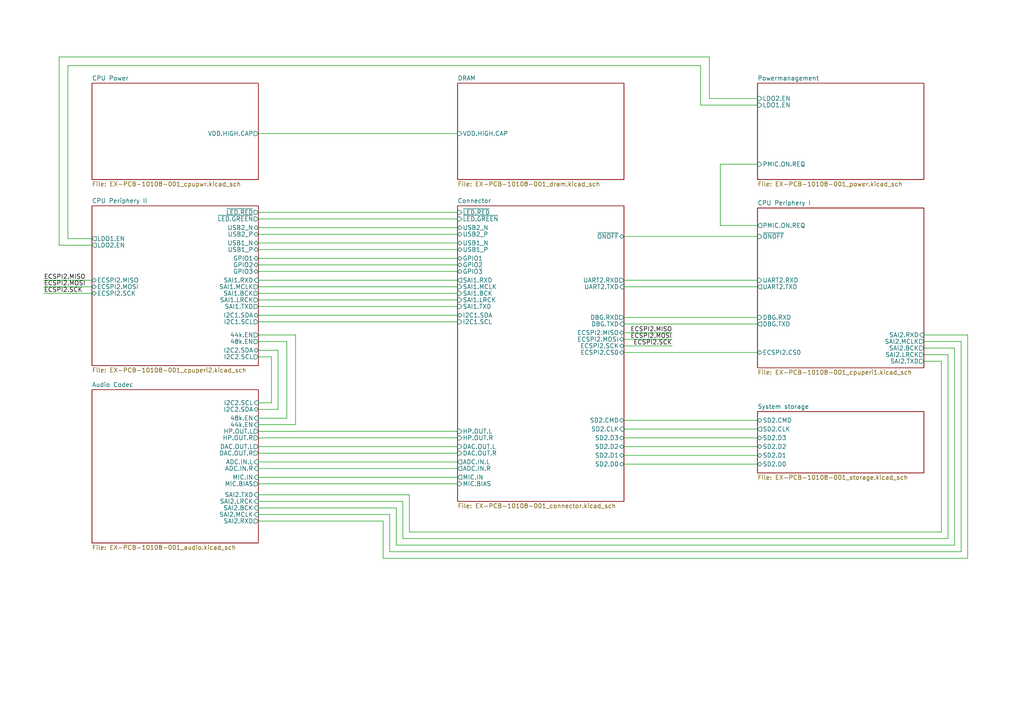
<source format=kicad_sch>
(kicad_sch (version 20211123) (generator eeschema)
  (paper "A4")
  (title_block (title "EX-PCB-10108-001") (date "2021-07-27") (rev "A") (company "OHN Electronics Inc.") (comment 1 "Uses NXP i.MX6ULx core design licensed from PolyVection UG, Germany") (comment 2 "Organelle 2 Processor board") (comment 4 "EX-PCB-10108-001 - Schematics"))
  (lib_symbols)
  (wire (pts (xy 267.97 99.06) (xy 278.765 99.06)))
  (wire (pts (xy 267.97 104.775) (xy 273.05 104.775)))
  (wire (pts (xy 219.71 65.405) (xy 208.915 65.405)))
  (wire (pts (xy 180.975 134.62) (xy 219.71 134.62)))
  (wire (pts (xy 74.93 86.995) (xy 132.715 86.995)))
  (wire (pts (xy 180.975 121.92) (xy 219.71 121.92)))
  (wire (pts (xy 74.93 93.345) (xy 132.715 93.345)))
  (wire (pts (xy 114.935 158.115) (xy 276.86 158.115)))
  (wire (pts (xy 116.84 156.21) (xy 116.84 145.415)))
  (wire (pts (xy 74.93 91.44) (xy 132.715 91.44)))
  (wire (pts (xy 219.71 28.575) (xy 205.74 28.575)))
  (wire (pts (xy 267.97 102.87) (xy 274.955 102.87)))
  (wire (pts (xy 74.93 138.43) (xy 132.715 138.43)))
  (wire (pts (xy 74.93 123.19) (xy 85.725 123.19)))
  (wire (pts (xy 118.745 143.51) (xy 74.93 143.51)))
  (wire (pts (xy 26.67 81.28) (xy 12.7 81.28)))
  (wire (pts (xy 278.765 160.02) (xy 113.03 160.02)))
  (wire (pts (xy 19.685 69.215) (xy 19.685 19.05)))
  (wire (pts (xy 180.975 124.46) (xy 219.71 124.46)))
  (wire (pts (xy 74.93 72.39) (xy 132.715 72.39)))
  (wire (pts (xy 74.93 66.04) (xy 132.715 66.04)))
  (wire (pts (xy 276.86 100.965) (xy 267.97 100.965)))
  (wire (pts (xy 180.975 127) (xy 219.71 127)))
  (wire (pts (xy 83.185 99.06) (xy 74.93 99.06)))
  (wire (pts (xy 118.745 154.305) (xy 273.05 154.305)))
  (wire (pts (xy 74.93 38.735) (xy 132.715 38.735)))
  (wire (pts (xy 85.725 123.19) (xy 85.725 97.155)))
  (wire (pts (xy 78.74 116.84) (xy 74.93 116.84)))
  (wire (pts (xy 180.975 102.235) (xy 219.71 102.235)))
  (wire (pts (xy 74.93 125.095) (xy 132.715 125.095)))
  (wire (pts (xy 180.975 81.28) (xy 219.71 81.28)))
  (wire (pts (xy 74.93 121.285) (xy 83.185 121.285)))
  (wire (pts (xy 74.93 83.185) (xy 132.715 83.185)))
  (wire (pts (xy 26.67 85.09) (xy 12.7 85.09)))
  (wire (pts (xy 74.93 61.595) (xy 132.715 61.595)))
  (wire (pts (xy 80.645 101.6) (xy 74.93 101.6)))
  (wire (pts (xy 74.93 85.09) (xy 132.715 85.09)))
  (wire (pts (xy 205.74 16.51) (xy 17.145 16.51)))
  (wire (pts (xy 180.975 100.33) (xy 194.945 100.33)))
  (wire (pts (xy 111.125 161.925) (xy 280.67 161.925)))
  (wire (pts (xy 74.93 78.74) (xy 132.715 78.74)))
  (wire (pts (xy 276.86 158.115) (xy 276.86 100.965)))
  (wire (pts (xy 180.975 93.98) (xy 219.71 93.98)))
  (wire (pts (xy 74.93 127) (xy 132.715 127)))
  (wire (pts (xy 74.93 147.32) (xy 114.935 147.32)))
  (wire (pts (xy 74.93 129.54) (xy 132.715 129.54)))
  (wire (pts (xy 19.685 19.05) (xy 203.2 19.05)))
  (wire (pts (xy 74.93 140.335) (xy 132.715 140.335)))
  (wire (pts (xy 26.67 69.215) (xy 19.685 69.215)))
  (wire (pts (xy 116.84 145.415) (xy 74.93 145.415)))
  (wire (pts (xy 83.185 121.285) (xy 83.185 99.06)))
  (wire (pts (xy 111.125 151.13) (xy 111.125 161.925)))
  (wire (pts (xy 80.645 118.745) (xy 74.93 118.745)))
  (wire (pts (xy 203.2 19.05) (xy 203.2 30.48)))
  (wire (pts (xy 180.975 96.52) (xy 194.945 96.52)))
  (wire (pts (xy 113.03 149.225) (xy 74.93 149.225)))
  (wire (pts (xy 74.93 135.89) (xy 132.715 135.89)))
  (wire (pts (xy 74.93 88.9) (xy 132.715 88.9)))
  (wire (pts (xy 180.975 132.08) (xy 219.71 132.08)))
  (wire (pts (xy 80.645 118.745) (xy 80.645 101.6)))
  (wire (pts (xy 74.93 133.985) (xy 132.715 133.985)))
  (wire (pts (xy 208.915 47.625) (xy 219.71 47.625)))
  (wire (pts (xy 273.05 104.775) (xy 273.05 154.305)))
  (wire (pts (xy 74.93 74.93) (xy 132.715 74.93)))
  (wire (pts (xy 74.93 131.445) (xy 132.715 131.445)))
  (wire (pts (xy 74.93 81.28) (xy 132.715 81.28)))
  (wire (pts (xy 278.765 99.06) (xy 278.765 160.02)))
  (wire (pts (xy 74.93 67.945) (xy 132.715 67.945)))
  (wire (pts (xy 26.67 83.185) (xy 12.7 83.185)))
  (wire (pts (xy 118.745 154.305) (xy 118.745 143.51)))
  (wire (pts (xy 180.975 129.54) (xy 219.71 129.54)))
  (wire (pts (xy 113.03 160.02) (xy 113.03 149.225)))
  (wire (pts (xy 180.975 83.185) (xy 219.71 83.185)))
  (wire (pts (xy 74.93 103.505) (xy 78.74 103.505)))
  (wire (pts (xy 180.975 92.075) (xy 219.71 92.075)))
  (wire (pts (xy 280.67 161.925) (xy 280.67 97.155)))
  (wire (pts (xy 74.93 76.835) (xy 132.715 76.835)))
  (wire (pts (xy 274.955 156.21) (xy 116.84 156.21)))
  (wire (pts (xy 74.93 70.485) (xy 132.715 70.485)))
  (wire (pts (xy 208.915 65.405) (xy 208.915 47.625)))
  (wire (pts (xy 114.935 147.32) (xy 114.935 158.115)))
  (wire (pts (xy 274.955 102.87) (xy 274.955 156.21)))
  (wire (pts (xy 17.145 16.51) (xy 17.145 71.12)))
  (wire (pts (xy 74.93 63.5) (xy 132.715 63.5)))
  (wire (pts (xy 280.67 97.155) (xy 267.97 97.155)))
  (wire (pts (xy 203.2 30.48) (xy 219.71 30.48)))
  (wire (pts (xy 180.975 68.58) (xy 219.71 68.58)))
  (wire (pts (xy 17.145 71.12) (xy 26.67 71.12)))
  (wire (pts (xy 74.93 151.13) (xy 111.125 151.13)))
  (wire (pts (xy 180.975 98.425) (xy 194.945 98.425)))
  (wire (pts (xy 78.74 103.505) (xy 78.74 116.84)))
  (wire (pts (xy 85.725 97.155) (xy 74.93 97.155)))
  (wire (pts (xy 205.74 28.575) (xy 205.74 16.51)))
  (label "ECSPI2.MISO" (at 12.7 81.28 0))
  (label "ECSPI2.MOSI" (at 194.945 98.425 180))
  (label "ECSPI2.MISO" (at 194.945 96.52 180))
  (label "ECSPI2.MOSI" (at 12.7 83.185 0))
  (label "ECSPI2.SCK" (at 194.945 100.33 180))
  (label "ECSPI2.SCK" (at 12.7 85.09 0))
  (sheet (at 219.71 24.13) (size 48.26 27.94)
    (property "Sheet name" "Powermanagement" (at 219.71 23.4184 0) (effects (justify left bottom)))
    (property "Sheet file" "EX-PCB-10108-001_power.kicad_sch" (at 219.71 52.6546 0) (effects (justify left top)))
    (pin "PMIC.ON.REQ" input (at 219.71 47.625 180))
    (pin "LDO1.EN" input (at 219.71 30.48 180))
    (pin "LDO2.EN" input (at 219.71 28.575 180))
  )
  (sheet (at 219.71 60.325) (size 48.26 46.355)
    (property "Sheet name" "CPU Periphery I" (at 219.71 59.6134 0) (effects (justify left bottom)))
    (property "Sheet file" "EX-PCB-10108-001_cpuperi1.kicad_sch" (at 219.71 107.2646 0) (effects (justify left top)))
    (pin "PMIC.ON.REQ" output (at 219.71 65.405 180))
    (pin "DBG.TXD" output (at 219.71 93.98 180))
    (pin "DBG.RXD" input (at 219.71 92.075 180))
    (pin "~{ONOFF}" input (at 219.71 68.58 180))
    (pin "SAI2.RXD" input (at 267.97 97.155 0))
    (pin "SAI2.MCLK" output (at 267.97 99.06 0))
    (pin "SAI2.BCK" output (at 267.97 100.965 0))
    (pin "SAI2.LRCK" output (at 267.97 102.87 0))
    (pin "SAI2.TXD" output (at 267.97 104.775 0))
    (pin "UART2.TXD" output (at 219.71 83.185 180))
    (pin "UART2.RXD" input (at 219.71 81.28 180))
    (pin "ECSPI2.CS0" bidirectional (at 219.71 102.235 180))
  )
  (sheet (at 26.67 59.69) (size 48.26 46.355)
    (property "Sheet name" "CPU Periphery II" (at 26.67 58.9784 0) (effects (justify left bottom)))
    (property "Sheet file" "EX-PCB-10108-001_cpuperi2.kicad_sch" (at 26.67 106.6296 0) (effects (justify left top)))
    (pin "~{LED.GREEN}" output (at 74.93 63.5 0))
    (pin "~{LED.RED}" output (at 74.93 61.595 0))
    (pin "USB1_N" bidirectional (at 74.93 70.485 0))
    (pin "USB1_P" bidirectional (at 74.93 72.39 0))
    (pin "USB2_N" bidirectional (at 74.93 66.04 0))
    (pin "USB2_P" bidirectional (at 74.93 67.945 0))
    (pin "SAI1.TXD" output (at 74.93 88.9 0))
    (pin "SAI1.LRCK" output (at 74.93 86.995 0))
    (pin "SAI1.BCK" output (at 74.93 85.09 0))
    (pin "SAI1.MCLK" output (at 74.93 83.185 0))
    (pin "I2C2.SCL" output (at 74.93 103.505 0))
    (pin "I2C2.SDA" bidirectional (at 74.93 101.6 0))
    (pin "44k.EN" output (at 74.93 97.155 0))
    (pin "48k.EN" output (at 74.93 99.06 0))
    (pin "SAI1.RXD" input (at 74.93 81.28 0))
    (pin "GPIO1" bidirectional (at 74.93 74.93 0))
    (pin "GPIO2" bidirectional (at 74.93 76.835 0))
    (pin "GPIO3" bidirectional (at 74.93 78.74 0))
    (pin "I2C1.SCL" output (at 74.93 93.345 0))
    (pin "I2C1.SDA" bidirectional (at 74.93 91.44 0))
    (pin "ECSPI2.MISO" bidirectional (at 26.67 81.28 180))
    (pin "ECSPI2.MOSI" bidirectional (at 26.67 83.185 180))
    (pin "ECSPI2.SCK" bidirectional (at 26.67 85.09 180))
    (pin "LDO1.EN" output (at 26.67 69.215 180))
    (pin "LDO2.EN" output (at 26.67 71.12 180))
  )
  (sheet (at 132.715 59.69) (size 48.26 85.725)
    (property "Sheet name" "Connector" (at 132.715 58.9784 0) (effects (justify left bottom)))
    (property "Sheet file" "EX-PCB-10108-001_connector.kicad_sch" (at 132.715 145.9996 0) (effects (justify left top)))
    (pin "USB2_N" bidirectional (at 132.715 66.04 180))
    (pin "USB2_P" bidirectional (at 132.715 67.945 180))
    (pin "~{LED.GREEN}" input (at 132.715 63.5 180))
    (pin "~{LED.RED}" input (at 132.715 61.595 180))
    (pin "USB1_N" bidirectional (at 132.715 70.485 180))
    (pin "USB1_P" bidirectional (at 132.715 72.39 180))
    (pin "SD2.D0" bidirectional (at 180.975 134.62 0))
    (pin "SD2.D1" bidirectional (at 180.975 132.08 0))
    (pin "SD2.D2" bidirectional (at 180.975 129.54 0))
    (pin "SD2.D3" bidirectional (at 180.975 127 0))
    (pin "SD2.CLK" input (at 180.975 124.46 0))
    (pin "SD2.CMD" bidirectional (at 180.975 121.92 0))
    (pin "DBG.TXD" input (at 180.975 93.98 0))
    (pin "DBG.RXD" output (at 180.975 92.075 0))
    (pin "HP.OUT.R" input (at 132.715 127 180))
    (pin "DAC.OUT.L" input (at 132.715 129.54 180))
    (pin "ADC.IN.R" output (at 132.715 135.89 180))
    (pin "ADC.IN.L" output (at 132.715 133.985 180))
    (pin "DAC.OUT.R" input (at 132.715 131.445 180))
    (pin "HP.OUT.L" input (at 132.715 125.095 180))
    (pin "I2C1.SCL" input (at 132.715 93.345 180))
    (pin "I2C1.SDA" bidirectional (at 132.715 91.44 180))
    (pin "MIC.IN" output (at 132.715 138.43 180))
    (pin "MIC.BIAS" input (at 132.715 140.335 180))
    (pin "UART2.TXD" input (at 180.975 83.185 0))
    (pin "UART2.RXD" output (at 180.975 81.28 0))
    (pin "~{ONOFF}" bidirectional (at 180.975 68.58 0))
    (pin "ECSPI2.MISO" bidirectional (at 180.975 96.52 0))
    (pin "ECSPI2.MOSI" bidirectional (at 180.975 98.425 0))
    (pin "ECSPI2.SCK" bidirectional (at 180.975 100.33 0))
    (pin "ECSPI2.CS0" bidirectional (at 180.975 102.235 0))
    (pin "GPIO1" bidirectional (at 132.715 74.93 180))
    (pin "GPIO2" bidirectional (at 132.715 76.835 180))
    (pin "GPIO3" bidirectional (at 132.715 78.74 180))
    (pin "SAI1.TXD" input (at 132.715 88.9 180))
    (pin "SAI1.LRCK" input (at 132.715 86.995 180))
    (pin "SAI1.BCK" input (at 132.715 85.09 180))
    (pin "SAI1.MCLK" input (at 132.715 83.185 180))
    (pin "SAI1.RXD" output (at 132.715 81.28 180))
  )
  (sheet (at 26.67 24.13) (size 48.26 27.94)
    (property "Sheet name" "CPU Power" (at 26.67 23.4184 0) (effects (justify left bottom)))
    (property "Sheet file" "EX-PCB-10108-001_cpupwr.kicad_sch" (at 26.67 52.6546 0) (effects (justify left top)))
    (pin "VDD.HIGH.CAP" output (at 74.93 38.735 0))
  )
  (sheet (at 132.715 24.13) (size 48.26 27.94)
    (property "Sheet name" "DRAM" (at 132.715 23.4184 0) (effects (justify left bottom)))
    (property "Sheet file" "EX-PCB-10108-001_dram.kicad_sch" (at 132.715 52.6546 0) (effects (justify left top)))
    (pin "VDD.HIGH.CAP" input (at 132.715 38.735 180))
  )
  (sheet (at 219.71 119.38) (size 48.26 17.78)
    (property "Sheet name" "System storage" (at 219.71 118.6684 0) (effects (justify left bottom)))
    (property "Sheet file" "EX-PCB-10108-001_storage.kicad_sch" (at 219.71 137.7446 0) (effects (justify left top)))
    (pin "SD2.CLK" output (at 219.71 124.46 180))
    (pin "SD2.CMD" bidirectional (at 219.71 121.92 180))
    (pin "SD2.D0" bidirectional (at 219.71 134.62 180))
    (pin "SD2.D1" bidirectional (at 219.71 132.08 180))
    (pin "SD2.D2" bidirectional (at 219.71 129.54 180))
    (pin "SD2.D3" bidirectional (at 219.71 127 180))
  )
  (sheet (at 26.67 113.03) (size 48.26 44.45)
    (property "Sheet name" "Audio Codec" (at 26.67 112.3184 0) (effects (justify left bottom)))
    (property "Sheet file" "EX-PCB-10108-001_audio.kicad_sch" (at 26.67 158.0646 0) (effects (justify left top)))
    (pin "SAI2.TXD" input (at 74.93 143.51 0))
    (pin "SAI2.LRCK" input (at 74.93 145.415 0))
    (pin "SAI2.BCK" input (at 74.93 147.32 0))
    (pin "SAI2.RXD" output (at 74.93 151.13 0))
    (pin "SAI2.MCLK" input (at 74.93 149.225 0))
    (pin "HP.OUT.L" output (at 74.93 125.095 0))
    (pin "HP.OUT.R" output (at 74.93 127 0))
    (pin "DAC.OUT.L" output (at 74.93 129.54 0))
    (pin "DAC.OUT.R" output (at 74.93 131.445 0))
    (pin "ADC.IN.R" input (at 74.93 135.89 0))
    (pin "48k.EN" input (at 74.93 121.285 0))
    (pin "44k.EN" input (at 74.93 123.19 0))
    (pin "ADC.IN.L" input (at 74.93 133.985 0))
    (pin "I2C2.SCL" input (at 74.93 116.84 0))
    (pin "I2C2.SDA" bidirectional (at 74.93 118.745 0))
    (pin "MIC.IN" input (at 74.93 138.43 0))
    (pin "MIC.BIAS" output (at 74.93 140.335 0))
  )
)
</source>
